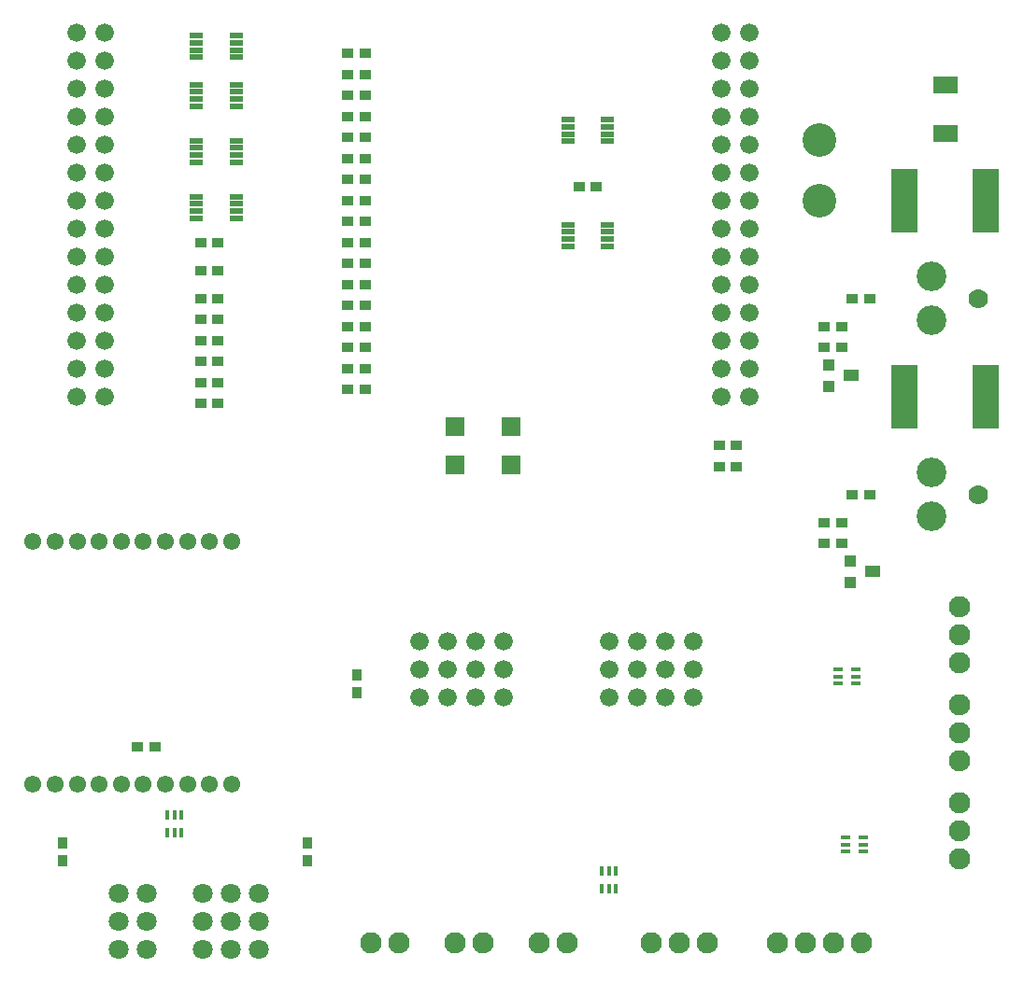
<source format=gts>
*
*
G04 PADS 9.5 Build Number: 522968 generated Gerber (RS-274-X) file*
G04 PC Version=2.1*
*
%IN "Drive Board.pcb"*%
*
%MOIN*%
*
%FSLAX35Y35*%
*
*
*
*
G04 PC Standard Apertures*
*
*
G04 Thermal Relief Aperture macro.*
%AMTER*
1,1,$1,0,0*
1,0,$1-$2,0,0*
21,0,$3,$4,0,0,45*
21,0,$3,$4,0,0,135*
%
*
*
G04 Annular Aperture macro.*
%AMANN*
1,1,$1,0,0*
1,0,$2,0,0*
%
*
*
G04 Odd Aperture macro.*
%AMODD*
1,1,$1,0,0*
1,0,$1-0.005,0,0*
%
*
*
G04 PC Custom Aperture Macros*
*
*
*
*
*
*
G04 PC Aperture Table*
*
%ADD010C,0.001*%
%ADD012C,0.07*%
%ADD034C,0.06112*%
%ADD035C,0.076*%
%ADD036C,0.12017*%
%ADD037R,0.044X0.036*%
%ADD038C,0.106*%
%ADD039R,0.042X0.042*%
%ADD040R,0.056X0.042*%
%ADD041R,0.03356X0.01781*%
%ADD042R,0.01781X0.03356*%
%ADD043R,0.08868X0.06112*%
%ADD044C,0.066*%
%ADD045R,0.036X0.044*%
%ADD046C,0.071*%
%ADD047R,0.066X0.066*%
%ADD048R,0.097X0.227*%
%ADD049R,0.04931X0.02096*%
*
*
*
*
G04 PC Circuitry*
G04 Layer Name Drive Board.pcb - circuitry*
%LPD*%
*
*
G04 PC Custom Flashes*
G04 Layer Name Drive Board.pcb - flashes*
%LPD*%
*
*
G04 PC Circuitry*
G04 Layer Name Drive Board.pcb - circuitry*
%LPD*%
*
G54D10*
G54D12*
G01X466700Y360000D03*
Y290000D03*
G54D34*
X129567Y186693D03*
X137441D03*
X145315D03*
X153189D03*
X161063D03*
X168937D03*
X176811D03*
X184685D03*
X192559D03*
X200433D03*
Y273307D03*
X192559D03*
X184685D03*
X176811D03*
X168937D03*
X161063D03*
X153189D03*
X145315D03*
X137441D03*
X129567D03*
G54D35*
X460000Y180000D03*
Y170000D03*
Y160000D03*
Y215000D03*
Y205000D03*
Y195000D03*
Y250000D03*
Y240000D03*
Y230000D03*
X425000Y130000D03*
X415000D03*
X405000D03*
X395000D03*
X290000D03*
X280000D03*
X320000D03*
X310000D03*
X260000D03*
X250000D03*
X370000D03*
X360000D03*
X350000D03*
G54D36*
X410000Y395000D03*
Y416654D03*
G54D37*
X241900Y402500D03*
X248100D03*
Y395000D03*
X241900D03*
X248100Y387500D03*
X241900D03*
X411900Y342500D03*
X418100D03*
X411900Y350000D03*
X418100D03*
X421900Y360000D03*
X428100D03*
X411900Y272500D03*
X418100D03*
X411900Y280000D03*
X418100D03*
X421900Y290000D03*
X428100D03*
X241900Y425000D03*
X248100D03*
X241900Y417500D03*
X248100D03*
X241900Y410000D03*
X248100D03*
X241900Y447500D03*
X248100D03*
X241900Y440000D03*
X248100D03*
X241900Y432500D03*
X248100D03*
X241900Y380000D03*
X248100D03*
X241900Y372500D03*
X248100D03*
X241900Y365000D03*
X248100D03*
X189400Y337500D03*
X195600D03*
X189400Y330000D03*
X195600D03*
X189400Y322500D03*
X195600D03*
X189400Y360000D03*
X195600D03*
X189400Y352500D03*
X195600D03*
X189400Y345000D03*
X195600D03*
X189400Y380000D03*
X195600D03*
X380600Y300000D03*
X374400D03*
Y307500D03*
X380600D03*
X189400Y370000D03*
X195600D03*
X166900Y200000D03*
X173100D03*
X241900Y327500D03*
X248100D03*
X241900Y335000D03*
X248100D03*
X241900Y342500D03*
X248100D03*
X241900Y350000D03*
X248100D03*
X241900Y357500D03*
X248100D03*
X330600Y400000D03*
X324400D03*
G54D38*
X450000Y367800D03*
Y352200D03*
Y297800D03*
Y282200D03*
G54D39*
X413600Y336250D03*
Y328750D03*
X421100Y266250D03*
Y258750D03*
G54D40*
X421600Y332500D03*
X429100Y262500D03*
G54D41*
X416850Y227559D03*
Y225000D03*
Y222441D03*
X423150Y227559D03*
Y225000D03*
Y222441D03*
X425650Y162441D03*
Y165000D03*
Y167559D03*
X419350Y162441D03*
Y165000D03*
Y167559D03*
G54D42*
X337559Y155650D03*
X335000D03*
X332441D03*
X337559Y149350D03*
X335000D03*
X332441D03*
X177441Y169350D03*
X180000D03*
X182559D03*
X177441Y175650D03*
X180000D03*
X182559D03*
G54D43*
X455000Y436161D03*
Y418839D03*
G54D44*
X267500Y217500D03*
Y227500D03*
Y237500D03*
X277500Y217500D03*
Y227500D03*
Y237500D03*
X335000Y217500D03*
Y227500D03*
Y237500D03*
X345000Y217500D03*
Y227500D03*
Y237500D03*
X355000Y217500D03*
Y227500D03*
Y237500D03*
X365000Y217500D03*
Y227500D03*
Y237500D03*
X287500Y217500D03*
Y227500D03*
Y237500D03*
X297500Y217500D03*
Y227500D03*
Y237500D03*
X375000Y455000D03*
X385000D03*
X375000Y445000D03*
X385000D03*
X375000Y435000D03*
X385000D03*
X375000Y425000D03*
X385000D03*
X375000Y415000D03*
X385000D03*
X375000Y405000D03*
X385000D03*
X375000Y395000D03*
X385000D03*
X375000Y385000D03*
X385000D03*
X375000Y375000D03*
X385000D03*
X375000Y365000D03*
X385000D03*
X375000Y355000D03*
X385000D03*
X375000Y345000D03*
X385000D03*
X375000Y335000D03*
X385000D03*
X375000Y325000D03*
X385000D03*
X145000Y455000D03*
X155000D03*
X145000Y445000D03*
X155000D03*
X145000Y435000D03*
X155000D03*
X145000Y425000D03*
X155000D03*
X145000Y415000D03*
X155000D03*
X145000Y405000D03*
X155000D03*
X145000Y395000D03*
X155000D03*
X145000Y385000D03*
X155000D03*
X145000Y375000D03*
X155000D03*
X145000Y365000D03*
X155000D03*
X145000Y355000D03*
X155000D03*
X145000Y345000D03*
X155000D03*
X145000Y335000D03*
X155000D03*
X145000Y325000D03*
X155000D03*
G54D45*
X245000Y225600D03*
Y219400D03*
X140000Y165600D03*
Y159400D03*
X227500Y165600D03*
Y159400D03*
G54D46*
X160000Y147500D03*
Y137500D03*
Y127500D03*
X170000Y147500D03*
Y137500D03*
Y127500D03*
X190000Y147500D03*
Y137500D03*
Y127500D03*
X200000Y147500D03*
Y137500D03*
Y127500D03*
X210000Y147500D03*
Y137500D03*
Y127500D03*
G54D47*
X280000Y300750D03*
Y314250D03*
X300000D03*
Y300750D03*
G54D48*
X440400Y395000D03*
X469600D03*
X440400Y325000D03*
X469600D03*
G54D49*
X187913Y416339D03*
Y413780D03*
Y411220D03*
Y408661D03*
X202087D03*
Y411220D03*
Y413780D03*
Y416339D03*
X187913Y436339D03*
Y433780D03*
Y431220D03*
Y428661D03*
X202087D03*
Y431220D03*
Y433780D03*
Y436339D03*
X187913Y453839D03*
Y451280D03*
Y448720D03*
Y446161D03*
X202087D03*
Y448720D03*
Y451280D03*
Y453839D03*
X187913Y396339D03*
Y393780D03*
Y391220D03*
Y388661D03*
X202087D03*
Y391220D03*
Y393780D03*
Y396339D03*
X320413Y423839D03*
Y421280D03*
Y418720D03*
Y416161D03*
X334587D03*
Y418720D03*
Y421280D03*
Y423839D03*
X320413Y386339D03*
Y383780D03*
Y381220D03*
Y378661D03*
X334587D03*
Y381220D03*
Y383780D03*
Y386339D03*
X0Y0D02*
M02*

</source>
